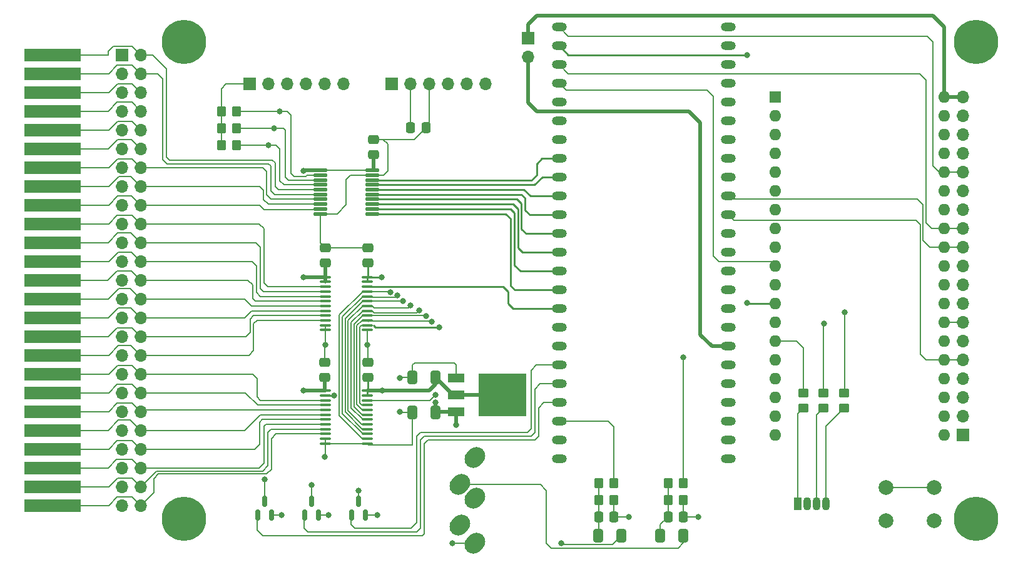
<source format=gbr>
%TF.GenerationSoftware,KiCad,Pcbnew,(6.0.7)*%
%TF.CreationDate,2022-09-12T23:00:31-07:00*%
%TF.ProjectId,TRS-IO-M3,5452532d-494f-42d4-9d33-2e6b69636164,rev?*%
%TF.SameCoordinates,Original*%
%TF.FileFunction,Copper,L1,Top*%
%TF.FilePolarity,Positive*%
%FSLAX46Y46*%
G04 Gerber Fmt 4.6, Leading zero omitted, Abs format (unit mm)*
G04 Created by KiCad (PCBNEW (6.0.7)) date 2022-09-12 23:00:31*
%MOMM*%
%LPD*%
G01*
G04 APERTURE LIST*
G04 Aperture macros list*
%AMRoundRect*
0 Rectangle with rounded corners*
0 $1 Rounding radius*
0 $2 $3 $4 $5 $6 $7 $8 $9 X,Y pos of 4 corners*
0 Add a 4 corners polygon primitive as box body*
4,1,4,$2,$3,$4,$5,$6,$7,$8,$9,$2,$3,0*
0 Add four circle primitives for the rounded corners*
1,1,$1+$1,$2,$3*
1,1,$1+$1,$4,$5*
1,1,$1+$1,$6,$7*
1,1,$1+$1,$8,$9*
0 Add four rect primitives between the rounded corners*
20,1,$1+$1,$2,$3,$4,$5,0*
20,1,$1+$1,$4,$5,$6,$7,0*
20,1,$1+$1,$6,$7,$8,$9,0*
20,1,$1+$1,$8,$9,$2,$3,0*%
%AMHorizOval*
0 Thick line with rounded ends*
0 $1 width*
0 $2 $3 position (X,Y) of the first rounded end (center of the circle)*
0 $4 $5 position (X,Y) of the second rounded end (center of the circle)*
0 Add line between two ends*
20,1,$1,$2,$3,$4,$5,0*
0 Add two circle primitives to create the rounded ends*
1,1,$1,$2,$3*
1,1,$1,$4,$5*%
G04 Aperture macros list end*
%TA.AperFunction,ComponentPad*%
%ADD10C,0.800000*%
%TD*%
%TA.AperFunction,ComponentPad*%
%ADD11C,6.000000*%
%TD*%
%TA.AperFunction,SMDPad,CuDef*%
%ADD12RoundRect,0.250000X0.350000X0.450000X-0.350000X0.450000X-0.350000X-0.450000X0.350000X-0.450000X0*%
%TD*%
%TA.AperFunction,SMDPad,CuDef*%
%ADD13RoundRect,0.250000X-0.450000X0.350000X-0.450000X-0.350000X0.450000X-0.350000X0.450000X0.350000X0*%
%TD*%
%TA.AperFunction,ComponentPad*%
%ADD14R,1.700000X1.700000*%
%TD*%
%TA.AperFunction,ComponentPad*%
%ADD15O,1.700000X1.700000*%
%TD*%
%TA.AperFunction,SMDPad,CuDef*%
%ADD16RoundRect,0.250000X-0.475000X0.337500X-0.475000X-0.337500X0.475000X-0.337500X0.475000X0.337500X0*%
%TD*%
%TA.AperFunction,ComponentPad*%
%ADD17O,2.000000X1.200000*%
%TD*%
%TA.AperFunction,SMDPad,CuDef*%
%ADD18RoundRect,0.250000X0.475000X-0.337500X0.475000X0.337500X-0.475000X0.337500X-0.475000X-0.337500X0*%
%TD*%
%TA.AperFunction,SMDPad,CuDef*%
%ADD19R,2.200000X1.200000*%
%TD*%
%TA.AperFunction,SMDPad,CuDef*%
%ADD20R,6.400000X5.800000*%
%TD*%
%TA.AperFunction,SMDPad,CuDef*%
%ADD21RoundRect,0.100000X-0.637500X-0.100000X0.637500X-0.100000X0.637500X0.100000X-0.637500X0.100000X0*%
%TD*%
%TA.AperFunction,ComponentPad*%
%ADD22HorizOval,2.400000X-0.212132X-0.212132X0.212132X0.212132X0*%
%TD*%
%TA.AperFunction,SMDPad,CuDef*%
%ADD23RoundRect,0.150000X0.150000X-0.587500X0.150000X0.587500X-0.150000X0.587500X-0.150000X-0.587500X0*%
%TD*%
%TA.AperFunction,SMDPad,CuDef*%
%ADD24RoundRect,0.250000X-0.350000X-0.450000X0.350000X-0.450000X0.350000X0.450000X-0.350000X0.450000X0*%
%TD*%
%TA.AperFunction,SMDPad,CuDef*%
%ADD25RoundRect,0.250000X0.412500X0.650000X-0.412500X0.650000X-0.412500X-0.650000X0.412500X-0.650000X0*%
%TD*%
%TA.AperFunction,ComponentPad*%
%ADD26R,1.600000X1.600000*%
%TD*%
%TA.AperFunction,ComponentPad*%
%ADD27O,1.600000X1.600000*%
%TD*%
%TA.AperFunction,SMDPad,CuDef*%
%ADD28RoundRect,0.250000X-0.337500X-0.475000X0.337500X-0.475000X0.337500X0.475000X-0.337500X0.475000X0*%
%TD*%
%TA.AperFunction,ConnectorPad*%
%ADD29R,7.620000X1.778000*%
%TD*%
%TA.AperFunction,ComponentPad*%
%ADD30R,1.070000X1.800000*%
%TD*%
%TA.AperFunction,ComponentPad*%
%ADD31O,1.070000X1.800000*%
%TD*%
%TA.AperFunction,ComponentPad*%
%ADD32C,2.000000*%
%TD*%
%TA.AperFunction,SMDPad,CuDef*%
%ADD33RoundRect,0.125000X-0.825000X-0.125000X0.825000X-0.125000X0.825000X0.125000X-0.825000X0.125000X0*%
%TD*%
%TA.AperFunction,ViaPad*%
%ADD34C,0.800000*%
%TD*%
%TA.AperFunction,Conductor*%
%ADD35C,0.500380*%
%TD*%
%TA.AperFunction,Conductor*%
%ADD36C,0.200000*%
%TD*%
%TA.AperFunction,Conductor*%
%ADD37C,0.250000*%
%TD*%
G04 APERTURE END LIST*
D10*
%TO.P,H1,1,1*%
%TO.N,GND*%
X123123010Y-62550990D03*
X126304990Y-59369010D03*
X124714000Y-63210000D03*
X122464000Y-60960000D03*
X124714000Y-58710000D03*
X126964000Y-60960000D03*
X123123010Y-59369010D03*
X126304990Y-62550990D03*
D11*
X124714000Y-60960000D03*
%TD*%
D10*
%TO.P,H2,1,1*%
%TO.N,GND*%
X231950000Y-58710000D03*
X231950000Y-63210000D03*
X233540990Y-59369010D03*
X230359010Y-59369010D03*
X230359010Y-62550990D03*
X229700000Y-60960000D03*
D11*
X231950000Y-60960000D03*
D10*
X234200000Y-60960000D03*
X233540990Y-62550990D03*
%TD*%
%TO.P,H3,1,1*%
%TO.N,GND*%
X123123010Y-123885010D03*
X126304990Y-127066990D03*
X124714000Y-123226000D03*
X122464000Y-125476000D03*
D11*
X124714000Y-125476000D03*
D10*
X123123010Y-127066990D03*
X126304990Y-123885010D03*
X124714000Y-127726000D03*
X126964000Y-125476000D03*
%TD*%
D11*
%TO.P,H4,1,1*%
%TO.N,GND*%
X231950000Y-125476000D03*
D10*
X230359010Y-127066990D03*
X231950000Y-123226000D03*
X234200000Y-125476000D03*
X230359010Y-123885010D03*
X231950000Y-127726000D03*
X233540990Y-127066990D03*
X229700000Y-125476000D03*
X233540990Y-123885010D03*
%TD*%
D12*
%TO.P,R9,1*%
%TO.N,VSYNC*%
X131810000Y-72644000D03*
%TO.P,R9,2*%
%TO.N,GND*%
X129810000Y-72644000D03*
%TD*%
%TO.P,R8,1*%
%TO.N,HSYNC*%
X131810000Y-70358000D03*
%TO.P,R8,2*%
%TO.N,GND*%
X129810000Y-70358000D03*
%TD*%
D13*
%TO.P,R1,1*%
%TO.N,LED_RED*%
X208534000Y-108474000D03*
%TO.P,R1,2*%
%TO.N,Net-(D1-Pad1)*%
X208534000Y-110474000D03*
%TD*%
%TO.P,R2,1*%
%TO.N,LED_GREEN*%
X214068000Y-108474000D03*
%TO.P,R2,2*%
%TO.N,Net-(D1-Pad4)*%
X214068000Y-110474000D03*
%TD*%
D14*
%TO.P,J5,1,Pin_1*%
%TO.N,GND*%
X133600000Y-66675000D03*
D15*
%TO.P,J5,2,Pin_2*%
%TO.N,VIDEO*%
X136140000Y-66675000D03*
%TO.P,J5,3,Pin_3*%
%TO.N,GND*%
X138680000Y-66675000D03*
%TO.P,J5,4,Pin_4*%
%TO.N,VSYNC*%
X141220000Y-66675000D03*
%TO.P,J5,5,Pin_5*%
%TO.N,GND*%
X143760000Y-66675000D03*
%TO.P,J5,6,Pin_6*%
%TO.N,HSYNC*%
X146300000Y-66675000D03*
%TD*%
D16*
%TO.P,C6,1*%
%TO.N,GND*%
X149650000Y-104312500D03*
%TO.P,C6,2*%
%TO.N,+1V8*%
X149650000Y-106387500D03*
%TD*%
D17*
%TO.P,U5,1,Pad_38*%
%TO.N,CS_SD_CARD*%
X175520000Y-58985000D03*
%TO.P,U5,2,Pad_37*%
%TO.N,MOSI*%
X175520000Y-61525000D03*
%TO.P,U5,3,Pad_36*%
%TO.N,SCK*%
X175520000Y-64065000D03*
%TO.P,U5,4,Pad_39*%
%TO.N,MISO*%
X175520000Y-66605000D03*
%TO.P,U5,5,Pad_25*%
%TO.N,HSYNC_O*%
X175520000Y-69145000D03*
%TO.P,U5,6,Pad_26*%
%TO.N,VSYNC_O*%
X175520000Y-71685000D03*
%TO.P,U5,7,Pad_27*%
%TO.N,VIDEO_O*%
X175520000Y-74225000D03*
%TO.P,U5,8,Pad_28*%
%TO.N,HSYNCX*%
X175520000Y-76765000D03*
%TO.P,U5,9,Pad_29*%
%TO.N,VSYNCX*%
X175520000Y-79305000D03*
%TO.P,U5,10,Pad_30*%
%TO.N,VIDEOX*%
X175520000Y-81845000D03*
%TO.P,U5,11,Pad_33*%
%TO.N,_IORQX*%
X175520000Y-84385000D03*
%TO.P,U5,12,Pad_34*%
%TO.N,_M1X*%
X175520000Y-86925000D03*
%TO.P,U5,13,Pad_40*%
%TO.N,_RESETX*%
X175520000Y-89465000D03*
%TO.P,U5,14,Pad_35*%
%TO.N,_OUTX*%
X175520000Y-92005000D03*
%TO.P,U5,15,Pad_41*%
%TO.N,_INX*%
X175520000Y-94545000D03*
%TO.P,U5,16,Pad_42*%
%TO.N,ABUS_SEL_N*%
X175520000Y-97085000D03*
%TO.P,U5,17,Pad_51*%
%TO.N,READ_N*%
X175520000Y-99625000D03*
%TO.P,U5,18,Pad_53*%
%TO.N,DBUS_SEL_N*%
X175520000Y-102165000D03*
%TO.P,U5,19,Pad_54*%
%TO.N,INT*%
X175520000Y-104705000D03*
%TO.P,U5,20,Pad_55*%
%TO.N,WAIT*%
X175520000Y-107245000D03*
%TO.P,U5,21,Pad_56*%
%TO.N,EXTIOSEL*%
X175520000Y-109785000D03*
%TO.P,U5,22,Pad_57*%
%TO.N,CASS_OUT_LEFT*%
X175520000Y-112325000D03*
%TO.P,U5,23,Pad_68*%
%TO.N,unconnected-(U5-Pad23)*%
X175520000Y-114865000D03*
%TO.P,U5,24,Pad_69*%
%TO.N,unconnected-(U5-Pad24)*%
X175520000Y-117405000D03*
%TO.P,U5,25,3V3*%
%TO.N,+3V3*%
X198420000Y-117405000D03*
%TO.P,U5,26,GND*%
%TO.N,GND*%
X198420000Y-114865000D03*
%TO.P,U5,27,Pad_32*%
%TO.N,ESP_S2*%
X198420000Y-112325000D03*
%TO.P,U5,28,Pad_31*%
%TO.N,ESP_S1*%
X198420000Y-109785000D03*
%TO.P,U5,29,Pad_49*%
%TO.N,ESP_S0*%
X198420000Y-107245000D03*
%TO.P,U5,30,Pad_48*%
%TO.N,CS_FPGA*%
X198420000Y-104705000D03*
%TO.P,U5,31,5V*%
%TO.N,VU*%
X198420000Y-102165000D03*
%TO.P,U5,32,Pad_70*%
%TO.N,unconnected-(U5-Pad32)*%
X198420000Y-99625000D03*
%TO.P,U5,33,Pad_71*%
%TO.N,unconnected-(U5-Pad33)*%
X198420000Y-97085000D03*
%TO.P,U5,34,Pad_72*%
%TO.N,unconnected-(U5-Pad34)*%
X198420000Y-94545000D03*
%TO.P,U5,35,Pad_73*%
%TO.N,unconnected-(U5-Pad35)*%
X198420000Y-92005000D03*
%TO.P,U5,36,Pad_74*%
%TO.N,unconnected-(U5-Pad36)*%
X198420000Y-89465000D03*
%TO.P,U5,37,Pad_75*%
%TO.N,unconnected-(U5-Pad37)*%
X198420000Y-86925000D03*
%TO.P,U5,38,Pad_76*%
%TO.N,REQ*%
X198420000Y-84385000D03*
%TO.P,U5,39,Pad_77*%
%TO.N,DONE*%
X198420000Y-81845000D03*
%TO.P,U5,40,Pad_79*%
%TO.N,A0D7*%
X198420000Y-79305000D03*
%TO.P,U5,41,Pad_80*%
%TO.N,A1D6*%
X198420000Y-76765000D03*
%TO.P,U5,42,Pad_81*%
%TO.N,A2D5*%
X198420000Y-74225000D03*
%TO.P,U5,43,Pad_82*%
%TO.N,A3D4*%
X198420000Y-71685000D03*
%TO.P,U5,44,Pad_83*%
%TO.N,A4D3*%
X198420000Y-69145000D03*
%TO.P,U5,45,Pad_84*%
%TO.N,A5D2*%
X198420000Y-66605000D03*
%TO.P,U5,46,Pad_85*%
%TO.N,A6D1*%
X198420000Y-64065000D03*
%TO.P,U5,47,Pad_86*%
%TO.N,A7D0*%
X198420000Y-61525000D03*
%TO.P,U5,48,Pad_63*%
%TO.N,CASS_OUT_RIGHT*%
X198420000Y-58985000D03*
%TD*%
D18*
%TO.P,C1,1*%
%TO.N,+3V3*%
X143850000Y-90887500D03*
%TO.P,C1,2*%
%TO.N,GND*%
X143850000Y-88812500D03*
%TD*%
D16*
%TO.P,C7,1*%
%TO.N,GND*%
X150400000Y-74162500D03*
%TO.P,C7,2*%
%TO.N,+3V3*%
X150400000Y-76237500D03*
%TD*%
D19*
%TO.P,U4,1,GND*%
%TO.N,GND*%
X161544000Y-106433000D03*
%TO.P,U4,2,VO*%
%TO.N,+1V8*%
X161544000Y-108713000D03*
D20*
X167844000Y-108713000D03*
D19*
%TO.P,U4,3,VI*%
%TO.N,+3V3*%
X161544000Y-110993000D03*
%TD*%
D21*
%TO.P,U2,1,VCCA*%
%TO.N,+3V3*%
X143837500Y-108175000D03*
%TO.P,U2,2,DIR*%
%TO.N,READ_N*%
X143837500Y-108825000D03*
%TO.P,U2,3,A1*%
%TO.N,D7*%
X143837500Y-109475000D03*
%TO.P,U2,4,A2*%
%TO.N,D6*%
X143837500Y-110125000D03*
%TO.P,U2,5,A3*%
%TO.N,D5*%
X143837500Y-110775000D03*
%TO.P,U2,6,A4*%
%TO.N,D4*%
X143837500Y-111425000D03*
%TO.P,U2,7,A5*%
%TO.N,D3*%
X143837500Y-112075000D03*
%TO.P,U2,8,A6*%
%TO.N,D2*%
X143837500Y-112725000D03*
%TO.P,U2,9,A7*%
%TO.N,D1*%
X143837500Y-113375000D03*
%TO.P,U2,10,A8*%
%TO.N,D0*%
X143837500Y-114025000D03*
%TO.P,U2,11,GND*%
%TO.N,GND*%
X143837500Y-114675000D03*
%TO.P,U2,12,GND*%
X143837500Y-115325000D03*
%TO.P,U2,13,GND*%
X149562500Y-115325000D03*
%TO.P,U2,14,B8*%
%TO.N,A7D0*%
X149562500Y-114675000D03*
%TO.P,U2,15,B7*%
%TO.N,A6D1*%
X149562500Y-114025000D03*
%TO.P,U2,16,B6*%
%TO.N,A5D2*%
X149562500Y-113375000D03*
%TO.P,U2,17,B5*%
%TO.N,A4D3*%
X149562500Y-112725000D03*
%TO.P,U2,18,B4*%
%TO.N,A3D4*%
X149562500Y-112075000D03*
%TO.P,U2,19,B3*%
%TO.N,A2D5*%
X149562500Y-111425000D03*
%TO.P,U2,20,B2*%
%TO.N,A1D6*%
X149562500Y-110775000D03*
%TO.P,U2,21,B1*%
%TO.N,A0D7*%
X149562500Y-110125000D03*
%TO.P,U2,22,OEn*%
%TO.N,DBUS_SEL_N*%
X149562500Y-109475000D03*
%TO.P,U2,23,VCCB*%
%TO.N,+1V8*%
X149562500Y-108825000D03*
%TO.P,U2,24,VCCB*%
X149562500Y-108175000D03*
%TD*%
D16*
%TO.P,C3,1*%
%TO.N,GND*%
X149600000Y-88812500D03*
%TO.P,C3,2*%
%TO.N,+1V8*%
X149600000Y-90887500D03*
%TD*%
D22*
%TO.P,J7,R*%
%TO.N,Net-(C12-Pad1)*%
X162084000Y-120878000D03*
%TO.P,J7,RN*%
%TO.N,N/C*%
X164084000Y-122678000D03*
%TO.P,J7,S*%
%TO.N,GND*%
X164084000Y-128778000D03*
%TO.P,J7,T*%
%TO.N,Net-(C11-Pad1)*%
X162084000Y-126378000D03*
%TO.P,J7,TN*%
%TO.N,N/C*%
X164084000Y-117178000D03*
%TD*%
D23*
%TO.P,Q2,1,G*%
%TO.N,WAIT*%
X141036000Y-124997500D03*
%TO.P,Q2,2,S*%
%TO.N,GND*%
X142936000Y-124997500D03*
%TO.P,Q2,3,D*%
%TO.N,_IOWAIT*%
X141986000Y-123122500D03*
%TD*%
D24*
%TO.P,R7,1*%
%TO.N,Net-(C10-Pad1)*%
X190262000Y-122936000D03*
%TO.P,R7,2*%
%TO.N,GND*%
X192262000Y-122936000D03*
%TD*%
D25*
%TO.P,C4,1*%
%TO.N,+1V8*%
X158781500Y-106338000D03*
%TO.P,C4,2*%
%TO.N,GND*%
X155656500Y-106338000D03*
%TD*%
D14*
%TO.P,J4,1,Pin_1*%
%TO.N,+5V*%
X171300000Y-60475000D03*
D15*
%TO.P,J4,2,Pin_2*%
%TO.N,VU*%
X171300000Y-63015000D03*
%TD*%
D25*
%TO.P,C12,1*%
%TO.N,Net-(C12-Pad1)*%
X192316500Y-127762000D03*
%TO.P,C12,2*%
%TO.N,Net-(C10-Pad1)*%
X189191500Y-127762000D03*
%TD*%
D26*
%TO.P,U6,1,GPIO6*%
%TO.N,unconnected-(U6-Pad1)*%
X204750000Y-68400000D03*
D27*
%TO.P,U6,2,GPIO7*%
%TO.N,unconnected-(U6-Pad2)*%
X204750000Y-70940000D03*
%TO.P,U6,3,GPIO8*%
%TO.N,unconnected-(U6-Pad3)*%
X204750000Y-73480000D03*
%TO.P,U6,4,GPIO15*%
%TO.N,CS_FPGA*%
X204750000Y-76020000D03*
%TO.P,U6,5,GPIO2*%
%TO.N,unconnected-(U6-Pad5)*%
X204750000Y-78560000D03*
%TO.P,U6,6,GPIO0*%
%TO.N,unconnected-(U6-Pad6)*%
X204750000Y-81100000D03*
%TO.P,U6,7,GPIO4*%
%TO.N,LED_GREEN*%
X204750000Y-83640000D03*
%TO.P,U6,8,GPIO16*%
%TO.N,ESP_S0*%
X204750000Y-86180000D03*
%TO.P,U6,9,GPIO17*%
%TO.N,ESP_S1*%
X204750000Y-88720000D03*
%TO.P,U6,10,GPIO5*%
%TO.N,MISO*%
X204750000Y-91260000D03*
%TO.P,U6,11,GPIO18*%
%TO.N,ESP_S2*%
X204750000Y-93800000D03*
%TO.P,U6,12,GPIO19*%
%TO.N,MOSI*%
X204750000Y-96340000D03*
%TO.P,U6,13,GND*%
%TO.N,GND*%
X204750000Y-98880000D03*
%TO.P,U6,14,GPIO21*%
%TO.N,LED_RED*%
X204750000Y-101420000D03*
%TO.P,U6,15,GPIO3*%
%TO.N,unconnected-(U6-Pad15)*%
X204750000Y-103960000D03*
%TO.P,U6,16,GPIO1*%
%TO.N,unconnected-(U6-Pad16)*%
X204750000Y-106500000D03*
%TO.P,U6,17,GPIO22*%
%TO.N,BUTTON*%
X204750000Y-109040000D03*
%TO.P,U6,18,GPIO23*%
%TO.N,unconnected-(U6-Pad18)*%
X204750000Y-111580000D03*
%TO.P,U6,19,GND*%
%TO.N,GND*%
X204750000Y-114120000D03*
%TO.P,U6,20,3V3*%
%TO.N,unconnected-(U6-Pad20)*%
X227610000Y-114120000D03*
%TO.P,U6,21,RESET*%
%TO.N,unconnected-(U6-Pad21)*%
X227610000Y-111580000D03*
%TO.P,U6,22,GPIO36*%
%TO.N,unconnected-(U6-Pad22)*%
X227610000Y-109040000D03*
%TO.P,U6,23,GPIO39*%
%TO.N,unconnected-(U6-Pad23)*%
X227610000Y-106500000D03*
%TO.P,U6,24,GPIO34*%
%TO.N,REQ*%
X227610000Y-103960000D03*
%TO.P,U6,25,GPIO35*%
%TO.N,unconnected-(U6-Pad25)*%
X227610000Y-101420000D03*
%TO.P,U6,26,GPIO32*%
%TO.N,LED_BLUE*%
X227610000Y-98880000D03*
%TO.P,U6,27,GPIO33*%
%TO.N,unconnected-(U6-Pad27)*%
X227610000Y-96340000D03*
%TO.P,U6,28,GPIO25*%
%TO.N,unconnected-(U6-Pad28)*%
X227610000Y-93800000D03*
%TO.P,U6,29,GPIO26*%
%TO.N,unconnected-(U6-Pad29)*%
X227610000Y-91260000D03*
%TO.P,U6,30,GPIO27*%
%TO.N,DONE*%
X227610000Y-88720000D03*
%TO.P,U6,31,GPIO14*%
%TO.N,SCK*%
X227610000Y-86180000D03*
%TO.P,U6,32,GPIO12*%
%TO.N,unconnected-(U6-Pad32)*%
X227610000Y-83640000D03*
%TO.P,U6,33,GND*%
%TO.N,GND*%
X227610000Y-81100000D03*
%TO.P,U6,34,GPIO13*%
%TO.N,CS_SD_CARD*%
X227610000Y-78560000D03*
%TO.P,U6,35,GPIO9*%
%TO.N,unconnected-(U6-Pad35)*%
X227610000Y-76020000D03*
%TO.P,U6,36,GPIO10*%
%TO.N,unconnected-(U6-Pad36)*%
X227610000Y-73480000D03*
%TO.P,U6,37,GPIO11*%
%TO.N,unconnected-(U6-Pad37)*%
X227610000Y-70940000D03*
%TO.P,U6,38,5V*%
%TO.N,+5V*%
X227610000Y-68463500D03*
%TD*%
D28*
%TO.P,C9,1*%
%TO.N,Net-(C11-Pad2)*%
X180826500Y-125222000D03*
%TO.P,C9,2*%
%TO.N,GND*%
X182901500Y-125222000D03*
%TD*%
D29*
%TO.P,J1,1,Pin_1*%
%TO.N,D0*%
X106934000Y-123698000D03*
%TO.P,J1,3,Pin_3*%
%TO.N,D1*%
X106934000Y-121158000D03*
%TO.P,J1,5,Pin_5*%
%TO.N,D2*%
X106934000Y-118618000D03*
%TO.P,J1,7,Pin_7*%
%TO.N,D3*%
X106934000Y-116078000D03*
%TO.P,J1,9,Pin_9*%
%TO.N,D4*%
X106934000Y-113538000D03*
%TO.P,J1,11,Pin_11*%
%TO.N,D5*%
X106934000Y-110998000D03*
%TO.P,J1,13,Pin_13*%
%TO.N,D6*%
X106934000Y-108458000D03*
%TO.P,J1,15,Pin_15*%
%TO.N,D7*%
X106934000Y-105918000D03*
%TO.P,J1,17,Pin_17*%
%TO.N,A0*%
X106934000Y-103378000D03*
%TO.P,J1,19,Pin_19*%
%TO.N,A1*%
X106934000Y-100838000D03*
%TO.P,J1,21,Pin_21*%
%TO.N,A2*%
X106934000Y-98298000D03*
%TO.P,J1,23,Pin_23*%
%TO.N,A3*%
X106934000Y-95758000D03*
%TO.P,J1,25,Pin_25*%
%TO.N,A4*%
X106934000Y-93218000D03*
%TO.P,J1,27,Pin_27*%
%TO.N,A5*%
X106934000Y-90678000D03*
%TO.P,J1,29,Pin_29*%
%TO.N,A6*%
X106934000Y-88138000D03*
%TO.P,J1,31,Pin_31*%
%TO.N,A7*%
X106934000Y-85598000D03*
%TO.P,J1,33,Pin_33*%
%TO.N,_IN*%
X106934000Y-83058000D03*
%TO.P,J1,35,Pin_35*%
%TO.N,_OUT*%
X106934000Y-80518000D03*
%TO.P,J1,37,Pin_37*%
%TO.N,_RESET*%
X106934000Y-77978000D03*
%TO.P,J1,39,Pin_39*%
%TO.N,_IOINT*%
X106934000Y-75438000D03*
%TO.P,J1,41,Pin_41*%
%TO.N,_IOWAIT*%
X106934000Y-72898000D03*
%TO.P,J1,43,Pin_43*%
%TO.N,_EXTIOSEL*%
X106934000Y-70358000D03*
%TO.P,J1,45,Pin_45*%
%TO.N,NC*%
X106934000Y-67818000D03*
%TO.P,J1,47,Pin_47*%
%TO.N,_M1*%
X106934000Y-65278000D03*
%TO.P,J1,49,Pin_49*%
%TO.N,_IORQ*%
X106934000Y-62738000D03*
%TD*%
D23*
%TO.P,Q1,1,G*%
%TO.N,INT*%
X147386000Y-124997500D03*
%TO.P,Q1,2,S*%
%TO.N,GND*%
X149286000Y-124997500D03*
%TO.P,Q1,3,D*%
%TO.N,_IOINT*%
X148336000Y-123122500D03*
%TD*%
D14*
%TO.P,J6,1,Pin_1*%
%TO.N,GND*%
X152800000Y-66675000D03*
D15*
%TO.P,J6,2,Pin_2*%
%TO.N,VIDEO_O*%
X155340000Y-66675000D03*
%TO.P,J6,3,Pin_3*%
%TO.N,GND*%
X157880000Y-66675000D03*
%TO.P,J6,4,Pin_4*%
%TO.N,VSYNC_O*%
X160420000Y-66675000D03*
%TO.P,J6,5,Pin_5*%
%TO.N,GND*%
X162960000Y-66675000D03*
%TO.P,J6,6,Pin_6*%
%TO.N,HSYNC_O*%
X165500000Y-66675000D03*
%TD*%
D13*
%TO.P,R3,1*%
%TO.N,LED_BLUE*%
X211274000Y-108474000D03*
%TO.P,R3,2*%
%TO.N,Net-(D1-Pad3)*%
X211274000Y-110474000D03*
%TD*%
D28*
%TO.P,C10,1*%
%TO.N,Net-(C10-Pad1)*%
X190224500Y-125222000D03*
%TO.P,C10,2*%
%TO.N,GND*%
X192299500Y-125222000D03*
%TD*%
D24*
%TO.P,R4,1*%
%TO.N,Net-(C11-Pad2)*%
X180864000Y-120650000D03*
%TO.P,R4,2*%
%TO.N,CASS_OUT_LEFT*%
X182864000Y-120650000D03*
%TD*%
%TO.P,R6,1*%
%TO.N,Net-(C11-Pad2)*%
X180864000Y-122936000D03*
%TO.P,R6,2*%
%TO.N,GND*%
X182864000Y-122936000D03*
%TD*%
D30*
%TO.P,D1,1,RA*%
%TO.N,Net-(D1-Pad1)*%
X207750000Y-123500000D03*
D31*
%TO.P,D1,2,K*%
%TO.N,GND*%
X209020000Y-123500000D03*
%TO.P,D1,3,BA*%
%TO.N,Net-(D1-Pad3)*%
X210290000Y-123500000D03*
%TO.P,D1,4,GA*%
%TO.N,Net-(D1-Pad4)*%
X211560000Y-123500000D03*
%TD*%
D24*
%TO.P,R5,1*%
%TO.N,Net-(C10-Pad1)*%
X190262000Y-120650000D03*
%TO.P,R5,2*%
%TO.N,CASS_OUT_RIGHT*%
X192262000Y-120650000D03*
%TD*%
D15*
%TO.P,J2,1,Pin_1*%
%TO.N,D0*%
X118867000Y-123703000D03*
%TO.P,J2,2,Pin_2*%
%TO.N,GND*%
X116327000Y-123703000D03*
%TO.P,J2,3,Pin_3*%
%TO.N,D1*%
X118867000Y-121163000D03*
%TO.P,J2,4,Pin_4*%
%TO.N,GND*%
X116327000Y-121163000D03*
%TO.P,J2,5,Pin_5*%
%TO.N,D2*%
X118867000Y-118623000D03*
%TO.P,J2,6,Pin_6*%
%TO.N,GND*%
X116327000Y-118623000D03*
%TO.P,J2,7,Pin_7*%
%TO.N,D3*%
X118867000Y-116083000D03*
%TO.P,J2,8,Pin_8*%
%TO.N,GND*%
X116327000Y-116083000D03*
%TO.P,J2,9,Pin_9*%
%TO.N,D4*%
X118867000Y-113543000D03*
%TO.P,J2,10,Pin_10*%
%TO.N,GND*%
X116327000Y-113543000D03*
%TO.P,J2,11,Pin_11*%
%TO.N,D5*%
X118867000Y-111003000D03*
%TO.P,J2,12,Pin_12*%
%TO.N,GND*%
X116327000Y-111003000D03*
%TO.P,J2,13,Pin_13*%
%TO.N,D6*%
X118867000Y-108463000D03*
%TO.P,J2,14,Pin_14*%
%TO.N,GND*%
X116327000Y-108463000D03*
%TO.P,J2,15,Pin_15*%
%TO.N,D7*%
X118867000Y-105923000D03*
%TO.P,J2,16,Pin_16*%
%TO.N,GND*%
X116327000Y-105923000D03*
%TO.P,J2,17,Pin_17*%
%TO.N,A0*%
X118867000Y-103383000D03*
%TO.P,J2,18,Pin_18*%
%TO.N,GND*%
X116327000Y-103383000D03*
%TO.P,J2,19,Pin_19*%
%TO.N,A1*%
X118867000Y-100843000D03*
%TO.P,J2,20,Pin_20*%
%TO.N,GND*%
X116327000Y-100843000D03*
%TO.P,J2,21,Pin_21*%
%TO.N,A2*%
X118867000Y-98303000D03*
%TO.P,J2,22,Pin_22*%
%TO.N,GND*%
X116327000Y-98303000D03*
%TO.P,J2,23,Pin_23*%
%TO.N,A3*%
X118867000Y-95763000D03*
%TO.P,J2,24,Pin_24*%
%TO.N,GND*%
X116327000Y-95763000D03*
%TO.P,J2,25,Pin_25*%
%TO.N,A4*%
X118867000Y-93223000D03*
%TO.P,J2,26,Pin_26*%
%TO.N,GND*%
X116327000Y-93223000D03*
%TO.P,J2,27,Pin_27*%
%TO.N,A5*%
X118867000Y-90683000D03*
%TO.P,J2,28,Pin_28*%
%TO.N,GND*%
X116327000Y-90683000D03*
%TO.P,J2,29,Pin_29*%
%TO.N,A6*%
X118867000Y-88143000D03*
%TO.P,J2,30,Pin_30*%
%TO.N,GND*%
X116327000Y-88143000D03*
%TO.P,J2,31,Pin_31*%
%TO.N,A7*%
X118867000Y-85603000D03*
%TO.P,J2,32,Pin_32*%
%TO.N,GND*%
X116327000Y-85603000D03*
%TO.P,J2,33,Pin_33*%
%TO.N,_IN*%
X118867000Y-83063000D03*
%TO.P,J2,34,Pin_34*%
%TO.N,GND*%
X116327000Y-83063000D03*
%TO.P,J2,35,Pin_35*%
%TO.N,_OUT*%
X118867000Y-80523000D03*
%TO.P,J2,36,Pin_36*%
%TO.N,GND*%
X116327000Y-80523000D03*
%TO.P,J2,37,Pin_37*%
%TO.N,_RESET*%
X118867000Y-77983000D03*
%TO.P,J2,38,Pin_38*%
%TO.N,GND*%
X116327000Y-77983000D03*
%TO.P,J2,39,Pin_39*%
%TO.N,_IOINT*%
X118867000Y-75443000D03*
%TO.P,J2,40,Pin_40*%
%TO.N,GND*%
X116327000Y-75443000D03*
%TO.P,J2,41,Pin_41*%
%TO.N,_IOWAIT*%
X118867000Y-72903000D03*
%TO.P,J2,42,Pin_42*%
%TO.N,GND*%
X116327000Y-72903000D03*
%TO.P,J2,43,Pin_43*%
%TO.N,_EXTIOSEL*%
X118867000Y-70363000D03*
%TO.P,J2,44,Pin_44*%
%TO.N,GND*%
X116327000Y-70363000D03*
%TO.P,J2,45,Pin_45*%
%TO.N,NC*%
X118867000Y-67823000D03*
%TO.P,J2,46,Pin_46*%
%TO.N,GND*%
X116327000Y-67823000D03*
%TO.P,J2,47,Pin_47*%
%TO.N,_M1*%
X118867000Y-65283000D03*
%TO.P,J2,48,Pin_48*%
%TO.N,GND*%
X116327000Y-65283000D03*
%TO.P,J2,49,Pin_49*%
%TO.N,_IORQ*%
X118867000Y-62743000D03*
D14*
%TO.P,J2,50,Pin_50*%
%TO.N,GND*%
X116327000Y-62743000D03*
%TD*%
D25*
%TO.P,C11,1*%
%TO.N,Net-(C11-Pad1)*%
X183934500Y-127762000D03*
%TO.P,C11,2*%
%TO.N,Net-(C11-Pad2)*%
X180809500Y-127762000D03*
%TD*%
D18*
%TO.P,C2,1*%
%TO.N,+3V3*%
X143800000Y-106387500D03*
%TO.P,C2,2*%
%TO.N,GND*%
X143800000Y-104312500D03*
%TD*%
D32*
%TO.P,SW1,1,1*%
%TO.N,GND*%
X226250000Y-125750000D03*
X219750000Y-125750000D03*
%TO.P,SW1,2,2*%
%TO.N,BUTTON*%
X226250000Y-121250000D03*
X219750000Y-121250000D03*
%TD*%
D21*
%TO.P,U1,1,VCCA*%
%TO.N,+3V3*%
X143837500Y-92800000D03*
%TO.P,U1,2,DIR*%
X143837500Y-93450000D03*
%TO.P,U1,3,A1*%
%TO.N,A7*%
X143837500Y-94100000D03*
%TO.P,U1,4,A2*%
%TO.N,A6*%
X143837500Y-94750000D03*
%TO.P,U1,5,A3*%
%TO.N,A5*%
X143837500Y-95400000D03*
%TO.P,U1,6,A4*%
%TO.N,A4*%
X143837500Y-96050000D03*
%TO.P,U1,7,A5*%
%TO.N,A3*%
X143837500Y-96700000D03*
%TO.P,U1,8,A6*%
%TO.N,A2*%
X143837500Y-97350000D03*
%TO.P,U1,9,A7*%
%TO.N,A1*%
X143837500Y-98000000D03*
%TO.P,U1,10,A8*%
%TO.N,A0*%
X143837500Y-98650000D03*
%TO.P,U1,11,GND*%
%TO.N,GND*%
X143837500Y-99300000D03*
%TO.P,U1,12,GND*%
X143837500Y-99950000D03*
%TO.P,U1,13,GND*%
X149562500Y-99950000D03*
%TO.P,U1,14,B8*%
%TO.N,A0D7*%
X149562500Y-99300000D03*
%TO.P,U1,15,B7*%
%TO.N,A1D6*%
X149562500Y-98650000D03*
%TO.P,U1,16,B6*%
%TO.N,A2D5*%
X149562500Y-98000000D03*
%TO.P,U1,17,B5*%
%TO.N,A3D4*%
X149562500Y-97350000D03*
%TO.P,U1,18,B4*%
%TO.N,A4D3*%
X149562500Y-96700000D03*
%TO.P,U1,19,B3*%
%TO.N,A5D2*%
X149562500Y-96050000D03*
%TO.P,U1,20,B2*%
%TO.N,A6D1*%
X149562500Y-95400000D03*
%TO.P,U1,21,B1*%
%TO.N,A7D0*%
X149562500Y-94750000D03*
%TO.P,U1,22,OEn*%
%TO.N,ABUS_SEL_N*%
X149562500Y-94100000D03*
%TO.P,U1,23,VCCB*%
%TO.N,+1V8*%
X149562500Y-93450000D03*
%TO.P,U1,24,VCCB*%
X149562500Y-92800000D03*
%TD*%
D25*
%TO.P,C5,1*%
%TO.N,+3V3*%
X158731500Y-111138000D03*
%TO.P,C5,2*%
%TO.N,GND*%
X155606500Y-111138000D03*
%TD*%
D28*
%TO.P,C8,1*%
%TO.N,VIDEO_O*%
X155375000Y-72550000D03*
%TO.P,C8,2*%
%TO.N,GND*%
X157450000Y-72550000D03*
%TD*%
D33*
%TO.P,U3,1,A->B*%
%TO.N,+3V3*%
X143200000Y-78375000D03*
%TO.P,U3,2,A0*%
%TO.N,HSYNC*%
X143200000Y-79025000D03*
%TO.P,U3,3,A1*%
%TO.N,VSYNC*%
X143200000Y-79675000D03*
%TO.P,U3,4,A2*%
%TO.N,VIDEO*%
X143200000Y-80325000D03*
%TO.P,U3,5,A3*%
%TO.N,_IORQ*%
X143200000Y-80975000D03*
%TO.P,U3,6,A4*%
%TO.N,_M1*%
X143200000Y-81625000D03*
%TO.P,U3,7,A5*%
%TO.N,_RESET*%
X143200000Y-82275000D03*
%TO.P,U3,8,A6*%
%TO.N,_OUT*%
X143200000Y-82925000D03*
%TO.P,U3,9,A7*%
%TO.N,_IN*%
X143200000Y-83575000D03*
%TO.P,U3,10,GND*%
%TO.N,GND*%
X143200000Y-84225000D03*
%TO.P,U3,11,B7*%
%TO.N,_INX*%
X150200000Y-84225000D03*
%TO.P,U3,12,B6*%
%TO.N,_OUTX*%
X150200000Y-83575000D03*
%TO.P,U3,13,B5*%
%TO.N,_RESETX*%
X150200000Y-82925000D03*
%TO.P,U3,14,B4*%
%TO.N,_M1X*%
X150200000Y-82275000D03*
%TO.P,U3,15,B3*%
%TO.N,_IORQX*%
X150200000Y-81625000D03*
%TO.P,U3,16,B2*%
%TO.N,VIDEOX*%
X150200000Y-80975000D03*
%TO.P,U3,17,B1*%
%TO.N,VSYNCX*%
X150200000Y-80325000D03*
%TO.P,U3,18,B0*%
%TO.N,HSYNCX*%
X150200000Y-79675000D03*
%TO.P,U3,19,CE*%
%TO.N,GND*%
X150200000Y-79025000D03*
%TO.P,U3,20,VCC*%
%TO.N,+3V3*%
X150200000Y-78375000D03*
%TD*%
D14*
%TO.P,J3,1,Pin_1*%
%TO.N,unconnected-(J3-Pad1)*%
X230150000Y-114150000D03*
D15*
%TO.P,J3,2,Pin_2*%
%TO.N,unconnected-(J3-Pad2)*%
X230150000Y-111610000D03*
%TO.P,J3,3,Pin_3*%
%TO.N,unconnected-(J3-Pad3)*%
X230150000Y-109070000D03*
%TO.P,J3,4,Pin_4*%
%TO.N,unconnected-(J3-Pad4)*%
X230150000Y-106530000D03*
%TO.P,J3,5,Pin_5*%
%TO.N,REQ*%
X230150000Y-103990000D03*
%TO.P,J3,6,Pin_6*%
%TO.N,unconnected-(J3-Pad6)*%
X230150000Y-101450000D03*
%TO.P,J3,7,Pin_7*%
%TO.N,LED_BLUE*%
X230150000Y-98910000D03*
%TO.P,J3,8,Pin_8*%
%TO.N,unconnected-(J3-Pad8)*%
X230150000Y-96370000D03*
%TO.P,J3,9,Pin_9*%
%TO.N,unconnected-(J3-Pad9)*%
X230150000Y-93830000D03*
%TO.P,J3,10,Pin_10*%
%TO.N,unconnected-(J3-Pad10)*%
X230150000Y-91290000D03*
%TO.P,J3,11,Pin_11*%
%TO.N,DONE*%
X230150000Y-88750000D03*
%TO.P,J3,12,Pin_12*%
%TO.N,SCK*%
X230150000Y-86210000D03*
%TO.P,J3,13,Pin_13*%
%TO.N,unconnected-(J3-Pad13)*%
X230150000Y-83670000D03*
%TO.P,J3,14,Pin_14*%
%TO.N,GND*%
X230150000Y-81130000D03*
%TO.P,J3,15,Pin_15*%
%TO.N,CS_SD_CARD*%
X230150000Y-78590000D03*
%TO.P,J3,16,Pin_16*%
%TO.N,unconnected-(J3-Pad16)*%
X230150000Y-76050000D03*
%TO.P,J3,17,Pin_17*%
%TO.N,unconnected-(J3-Pad17)*%
X230150000Y-73510000D03*
%TO.P,J3,18,Pin_18*%
%TO.N,unconnected-(J3-Pad18)*%
X230150000Y-70970000D03*
%TO.P,J3,19,Pin_19*%
%TO.N,+5V*%
X230150000Y-68430000D03*
%TD*%
D12*
%TO.P,R10,1*%
%TO.N,VIDEO*%
X131810000Y-74930000D03*
%TO.P,R10,2*%
%TO.N,GND*%
X129810000Y-74930000D03*
%TD*%
D23*
%TO.P,Q3,1,G*%
%TO.N,EXTIOSEL*%
X134686000Y-124997500D03*
%TO.P,Q3,2,S*%
%TO.N,GND*%
X136586000Y-124997500D03*
%TO.P,Q3,3,D*%
%TO.N,_EXTIOSEL*%
X135636000Y-123122500D03*
%TD*%
D34*
%TO.N,GND*%
X150876000Y-124968000D03*
X149550000Y-101950000D03*
X184912000Y-125222000D03*
X137922000Y-124968000D03*
X143750000Y-117150000D03*
X153924000Y-110998000D03*
X161036000Y-128778000D03*
X153924000Y-106426000D03*
X144272000Y-124968000D03*
X194310000Y-125222000D03*
X143850000Y-101950000D03*
%TO.N,+3V3*%
X158750000Y-109728000D03*
X140900000Y-78450000D03*
X140900000Y-92800000D03*
X140900000Y-108150000D03*
X161569000Y-112838000D03*
%TO.N,_IOINT*%
X148336000Y-121666000D03*
%TO.N,_IOWAIT*%
X141986000Y-120904000D03*
%TO.N,_EXTIOSEL*%
X135636000Y-120142000D03*
%TO.N,A2D5*%
X157480000Y-98044000D03*
%TO.N,A0D7*%
X159258000Y-99568000D03*
%TO.N,A1D6*%
X158242000Y-98806000D03*
%TO.N,+1V8*%
X151500000Y-92850000D03*
X151525000Y-108175000D03*
%TO.N,VIDEO*%
X136144000Y-74930000D03*
%TO.N,VSYNC*%
X136906000Y-72644000D03*
%TO.N,HSYNC*%
X137668000Y-70358000D03*
%TO.N,MOSI*%
X200914000Y-62738000D03*
X200914000Y-96266000D03*
%TO.N,A3D4*%
X156550000Y-97300000D03*
%TO.N,A4D3*%
X155400000Y-96650000D03*
%TO.N,A5D2*%
X154350000Y-96050000D03*
%TO.N,READ_N*%
X145025500Y-108850000D03*
%TO.N,A6D1*%
X153582448Y-95293852D03*
%TO.N,A7D0*%
X152700000Y-94824500D03*
%TO.N,DBUS_SEL_N*%
X158750000Y-108712000D03*
%TO.N,LED_GREEN*%
X214122000Y-97536000D03*
%TO.N,LED_BLUE*%
X211328000Y-99060000D03*
%TO.N,Net-(C11-Pad1)*%
X175768000Y-128778000D03*
%TO.N,CASS_OUT_RIGHT*%
X192278000Y-103632000D03*
%TD*%
D35*
%TO.N,+5V*%
X171300000Y-60475000D02*
X171300000Y-58570000D01*
X230150000Y-68430000D02*
X227643500Y-68430000D01*
X226060000Y-57404000D02*
X227610000Y-58954000D01*
X172466000Y-57404000D02*
X226060000Y-57404000D01*
X227643500Y-68430000D02*
X227610000Y-68463500D01*
X171300000Y-58570000D02*
X172466000Y-57404000D01*
X227610000Y-58954000D02*
X227610000Y-68463500D01*
D36*
%TO.N,GND*%
X192262000Y-125184500D02*
X192299500Y-125222000D01*
X149562500Y-101937500D02*
X149550000Y-101950000D01*
X149562500Y-99950000D02*
X149562500Y-101937500D01*
X143800000Y-104312500D02*
X143800000Y-102000000D01*
X130429000Y-66675000D02*
X133600000Y-66675000D01*
X155956000Y-104394000D02*
X155656500Y-104693500D01*
X150400000Y-74162500D02*
X155837500Y-74162500D01*
X129810000Y-70358000D02*
X129810000Y-67294000D01*
X145425000Y-84225000D02*
X143200000Y-84225000D01*
X143837500Y-115325000D02*
X149562500Y-115325000D01*
X146650000Y-79650000D02*
X146650000Y-83000000D01*
X144242500Y-124997500D02*
X144272000Y-124968000D01*
X129810000Y-72644000D02*
X129810000Y-74930000D01*
X155656500Y-106338000D02*
X154012000Y-106338000D01*
X164084000Y-128778000D02*
X161036000Y-128778000D01*
X143837500Y-99300000D02*
X143837500Y-99950000D01*
X143837500Y-101937500D02*
X143850000Y-101950000D01*
X154064000Y-111138000D02*
X153924000Y-110998000D01*
X129810000Y-70358000D02*
X129810000Y-72644000D01*
X143200000Y-88162500D02*
X143850000Y-88812500D01*
X149650000Y-104312500D02*
X149650000Y-102050000D01*
X143837500Y-117062500D02*
X143750000Y-117150000D01*
X155606500Y-111138000D02*
X154064000Y-111138000D01*
X192262000Y-122936000D02*
X192262000Y-125184500D01*
X182864000Y-122936000D02*
X182864000Y-125184500D01*
X161290000Y-104394000D02*
X155956000Y-104394000D01*
X136586000Y-124997500D02*
X137892500Y-124997500D01*
X192299500Y-125222000D02*
X194310000Y-125222000D01*
X151725000Y-79025000D02*
X152300000Y-78450000D01*
X182901500Y-125222000D02*
X184912000Y-125222000D01*
X157880000Y-72120000D02*
X157880000Y-66675000D01*
X182864000Y-125184500D02*
X182901500Y-125222000D01*
X143800000Y-102000000D02*
X143850000Y-101950000D01*
X150200000Y-79025000D02*
X147275000Y-79025000D01*
X149650000Y-102050000D02*
X149550000Y-101950000D01*
X142936000Y-124997500D02*
X144242500Y-124997500D01*
X149600000Y-88812500D02*
X143850000Y-88812500D01*
X155637500Y-115500000D02*
X155637500Y-110750000D01*
X155837500Y-74162500D02*
X157450000Y-72550000D01*
X137892500Y-124997500D02*
X137922000Y-124968000D01*
X150846500Y-124997500D02*
X150876000Y-124968000D01*
X146650000Y-83000000D02*
X145425000Y-84225000D01*
X129810000Y-67294000D02*
X130429000Y-66675000D01*
X143837500Y-114675000D02*
X143837500Y-115325000D01*
X155656500Y-104693500D02*
X155656500Y-106338000D01*
X155637500Y-115500000D02*
X149737500Y-115500000D01*
X143837500Y-115325000D02*
X143837500Y-117062500D01*
X152300000Y-74800000D02*
X151662500Y-74162500D01*
X157450000Y-72550000D02*
X157880000Y-72120000D01*
X149286000Y-124997500D02*
X150846500Y-124997500D01*
X161544000Y-106433000D02*
X161544000Y-104648000D01*
X152300000Y-78450000D02*
X152300000Y-74800000D01*
X149737500Y-115500000D02*
X149562500Y-115325000D01*
X147275000Y-79025000D02*
X146650000Y-79650000D01*
X161544000Y-104648000D02*
X161290000Y-104394000D01*
X143837500Y-99950000D02*
X143837500Y-101937500D01*
X143200000Y-84225000D02*
X143200000Y-88162500D01*
X150200000Y-79025000D02*
X151725000Y-79025000D01*
X154012000Y-106338000D02*
X153924000Y-106426000D01*
X151662500Y-74162500D02*
X150400000Y-74162500D01*
D35*
%TO.N,+3V3*%
X143837500Y-92800000D02*
X143837500Y-93450000D01*
X150400000Y-78175000D02*
X150250190Y-78324810D01*
X150400000Y-76237500D02*
X150400000Y-78175000D01*
X143850000Y-92787500D02*
X143837500Y-92800000D01*
X140900000Y-78450000D02*
X141025190Y-78324810D01*
X161544000Y-110993000D02*
X158876500Y-110993000D01*
X140925000Y-108175000D02*
X140900000Y-108150000D01*
X158750000Y-111119500D02*
X158731500Y-111138000D01*
X141025190Y-78324810D02*
X143149810Y-78324810D01*
X143850000Y-90887500D02*
X143850000Y-92787500D01*
X143800000Y-108137500D02*
X143837500Y-108175000D01*
X158750000Y-109728000D02*
X158750000Y-111119500D01*
D36*
X150200000Y-78375000D02*
X143200000Y-78375000D01*
D35*
X143837500Y-108175000D02*
X140925000Y-108175000D01*
X150250190Y-78324810D02*
X150200000Y-78324810D01*
X143800000Y-106387500D02*
X143800000Y-108137500D01*
X161544000Y-110993000D02*
X161544000Y-112813000D01*
X143837500Y-92800000D02*
X140900000Y-92800000D01*
D36*
%TO.N,VIDEO_O*%
X155340000Y-72515000D02*
X155340000Y-66675000D01*
X155375000Y-72550000D02*
X155340000Y-72515000D01*
%TO.N,_IN*%
X117637367Y-81833367D02*
X118867000Y-83063000D01*
X134963000Y-83063000D02*
X135575000Y-83675000D01*
X106934000Y-83058000D02*
X114558000Y-83058000D01*
X114558000Y-83058000D02*
X115782633Y-81833367D01*
X118867000Y-83063000D02*
X134963000Y-83063000D01*
X135575000Y-83675000D02*
X142925000Y-83675000D01*
X115782633Y-81833367D02*
X117637367Y-81833367D01*
%TO.N,_OUT*%
X136125000Y-82925000D02*
X143200000Y-82925000D01*
X106934000Y-80518000D02*
X114532000Y-80518000D01*
X117507367Y-79163367D02*
X118867000Y-80523000D01*
X118867000Y-80523000D02*
X134973000Y-80523000D01*
X114532000Y-80518000D02*
X115886633Y-79163367D01*
X134973000Y-80523000D02*
X135500000Y-81050000D01*
X135500000Y-81050000D02*
X135500000Y-82300000D01*
X135500000Y-82300000D02*
X136125000Y-82925000D01*
X115886633Y-79163367D02*
X117507367Y-79163367D01*
%TO.N,_RESET*%
X114522000Y-77978000D02*
X115706633Y-76793367D01*
X117677367Y-76793367D02*
X118867000Y-77983000D01*
X118867000Y-77983000D02*
X135360000Y-77983000D01*
X135900000Y-78523000D02*
X135900000Y-81650000D01*
X115706633Y-76793367D02*
X117677367Y-76793367D01*
X136525000Y-82275000D02*
X143200000Y-82275000D01*
X135360000Y-77983000D02*
X135900000Y-78523000D01*
X135900000Y-81650000D02*
X136525000Y-82275000D01*
X106934000Y-77978000D02*
X114522000Y-77978000D01*
%TO.N,_IOINT*%
X114512000Y-75438000D02*
X115726633Y-74223367D01*
X106934000Y-75438000D02*
X114512000Y-75438000D01*
X115726633Y-74223367D02*
X117647367Y-74223367D01*
X117647367Y-74223367D02*
X118867000Y-75443000D01*
X148336000Y-121666000D02*
X148336000Y-123122500D01*
%TO.N,_IOWAIT*%
X141986000Y-120904000D02*
X141986000Y-123122500D01*
X114598000Y-72898000D02*
X115743000Y-71753000D01*
X115743000Y-71753000D02*
X117717000Y-71753000D01*
X106934000Y-72898000D02*
X114598000Y-72898000D01*
X117717000Y-71753000D02*
X118867000Y-72903000D01*
%TO.N,_EXTIOSEL*%
X106934000Y-70358000D02*
X114492000Y-70358000D01*
X114492000Y-70358000D02*
X115700000Y-69150000D01*
X135636000Y-120142000D02*
X135636000Y-123122500D01*
X115700000Y-69150000D02*
X117654000Y-69150000D01*
X117654000Y-69150000D02*
X118867000Y-70363000D01*
%TO.N,NC*%
X117707367Y-66663367D02*
X118867000Y-67823000D01*
X115736633Y-66663367D02*
X117707367Y-66663367D01*
X114582000Y-67818000D02*
X115736633Y-66663367D01*
X106934000Y-67818000D02*
X114582000Y-67818000D01*
%TO.N,_M1*%
X114522000Y-65278000D02*
X115667000Y-64133000D01*
X136450000Y-77776000D02*
X136450000Y-81100000D01*
X121133000Y-65283000D02*
X121800000Y-65950000D01*
X115667000Y-64133000D02*
X117717000Y-64133000D01*
X136975000Y-81625000D02*
X143200000Y-81625000D01*
X136450000Y-81100000D02*
X136975000Y-81625000D01*
X118867000Y-65283000D02*
X121133000Y-65283000D01*
X117717000Y-64133000D02*
X118867000Y-65283000D01*
X121800000Y-65950000D02*
X121800000Y-76900000D01*
X106934000Y-65278000D02*
X114522000Y-65278000D01*
X122400000Y-77500000D02*
X136174000Y-77500000D01*
X121800000Y-76900000D02*
X122400000Y-77500000D01*
X136174000Y-77500000D02*
X136450000Y-77776000D01*
%TO.N,_IORQ*%
X120493000Y-62743000D02*
X122350000Y-64600000D01*
X114488000Y-62282000D02*
X115177000Y-61593000D01*
X137050000Y-80500000D02*
X137525000Y-80975000D01*
X115177000Y-61593000D02*
X117717000Y-61593000D01*
X137525000Y-80975000D02*
X143200000Y-80975000D01*
X122350000Y-64600000D02*
X122350000Y-76550000D01*
X122800000Y-77000000D02*
X136690000Y-77000000D01*
X136690000Y-77000000D02*
X137050000Y-77360000D01*
X114488000Y-62738000D02*
X114488000Y-62282000D01*
X117717000Y-61593000D02*
X118867000Y-62743000D01*
X137050000Y-77360000D02*
X137050000Y-80500000D01*
X118867000Y-62743000D02*
X120493000Y-62743000D01*
X122350000Y-76550000D02*
X122800000Y-77000000D01*
X106934000Y-62738000D02*
X114488000Y-62738000D01*
%TO.N,A2D5*%
X149562500Y-98000000D02*
X157436000Y-98000000D01*
X147725000Y-110325000D02*
X148825000Y-111425000D01*
X149562500Y-98000000D02*
X148909315Y-98000000D01*
X157436000Y-98000000D02*
X157480000Y-98044000D01*
X148909315Y-98000000D02*
X147725000Y-99184315D01*
X147725000Y-99184315D02*
X147725000Y-110325000D01*
X148825000Y-111425000D02*
X149562500Y-111425000D01*
%TO.N,D4*%
X114462000Y-113538000D02*
X115847000Y-112153000D01*
X117477000Y-112153000D02*
X118867000Y-113543000D01*
X115847000Y-112153000D02*
X117477000Y-112153000D01*
X143837500Y-111425000D02*
X135025000Y-111425000D01*
X132907000Y-113543000D02*
X118867000Y-113543000D01*
X106934000Y-113538000D02*
X114462000Y-113538000D01*
X135025000Y-111425000D02*
X132907000Y-113543000D01*
%TO.N,A0D7*%
X148525000Y-109875000D02*
X148775000Y-110125000D01*
X149562500Y-99300000D02*
X148750000Y-99300000D01*
X148750000Y-99300000D02*
X148525000Y-99525000D01*
D37*
X150622000Y-99568000D02*
X150368000Y-99314000D01*
D36*
X148775000Y-110125000D02*
X149562500Y-110125000D01*
D37*
X159258000Y-99568000D02*
X150622000Y-99568000D01*
D36*
X148525000Y-99525000D02*
X148525000Y-109875000D01*
%TO.N,D7*%
X117680000Y-104736000D02*
X118867000Y-105923000D01*
X134600000Y-109000000D02*
X134600000Y-106500000D01*
X143837500Y-109475000D02*
X135075000Y-109475000D01*
X106934000Y-105918000D02*
X114568000Y-105918000D01*
X115750000Y-104736000D02*
X117680000Y-104736000D01*
X114568000Y-105918000D02*
X115750000Y-104736000D01*
X134023000Y-105923000D02*
X118867000Y-105923000D01*
X135075000Y-109475000D02*
X134600000Y-109000000D01*
X134600000Y-106500000D02*
X134023000Y-105923000D01*
%TO.N,A1D6*%
X148125000Y-110040686D02*
X148859314Y-110775000D01*
X148834315Y-98650000D02*
X148125000Y-99359315D01*
X148125000Y-99359315D02*
X148125000Y-110040686D01*
X148859314Y-110775000D02*
X149562500Y-110775000D01*
X149656500Y-98744000D02*
X158180000Y-98744000D01*
X149562500Y-98650000D02*
X149656500Y-98744000D01*
X158180000Y-98744000D02*
X158242000Y-98806000D01*
X149562500Y-98650000D02*
X148834315Y-98650000D01*
X149712500Y-98800000D02*
X149562500Y-98650000D01*
%TO.N,D1*%
X106934000Y-121158000D02*
X114592000Y-121158000D01*
X143837500Y-113375000D02*
X136525000Y-113375000D01*
X136100000Y-118300000D02*
X135377000Y-119023000D01*
X136100000Y-113800000D02*
X136100000Y-118300000D01*
X115737000Y-120013000D02*
X117717000Y-120013000D01*
X117717000Y-120013000D02*
X118867000Y-121163000D01*
X135377000Y-119023000D02*
X121007000Y-119023000D01*
X121007000Y-119023000D02*
X118867000Y-121163000D01*
X136525000Y-113375000D02*
X136100000Y-113800000D01*
X114592000Y-121158000D02*
X115737000Y-120013000D01*
%TO.N,D6*%
X143837500Y-110125000D02*
X134675000Y-110125000D01*
X117717000Y-107313000D02*
X118867000Y-108463000D01*
X133013000Y-108463000D02*
X118867000Y-108463000D01*
X106934000Y-108458000D02*
X114542000Y-108458000D01*
X115687000Y-107313000D02*
X117717000Y-107313000D01*
X114542000Y-108458000D02*
X115687000Y-107313000D01*
X134675000Y-110125000D02*
X133013000Y-108463000D01*
%TO.N,A0*%
X134150000Y-99100000D02*
X134150000Y-102750000D01*
X143837500Y-98650000D02*
X134600000Y-98650000D01*
X134150000Y-102750000D02*
X133517000Y-103383000D01*
X133517000Y-103383000D02*
X118867000Y-103383000D01*
X134600000Y-98650000D02*
X134150000Y-99100000D01*
X114522000Y-103378000D02*
X115850654Y-102049346D01*
X115850654Y-102049346D02*
X117533346Y-102049346D01*
X106934000Y-103378000D02*
X114522000Y-103378000D01*
X117533346Y-102049346D02*
X118867000Y-103383000D01*
%TO.N,D3*%
X114528000Y-116078000D02*
X115673000Y-114933000D01*
X134950000Y-115450000D02*
X134317000Y-116083000D01*
X117717000Y-114933000D02*
X118867000Y-116083000D01*
X143837500Y-112075000D02*
X135325000Y-112075000D01*
X134317000Y-116083000D02*
X118867000Y-116083000D01*
X134950000Y-112450000D02*
X134950000Y-115450000D01*
X106934000Y-116078000D02*
X114528000Y-116078000D01*
X135325000Y-112075000D02*
X134950000Y-112450000D01*
X115673000Y-114933000D02*
X117717000Y-114933000D01*
%TO.N,A1*%
X106934000Y-100838000D02*
X114462000Y-100838000D01*
X134150000Y-98000000D02*
X133700000Y-98450000D01*
X117672367Y-99648367D02*
X118867000Y-100843000D01*
X114462000Y-100838000D02*
X115651633Y-99648367D01*
X115651633Y-99648367D02*
X117672367Y-99648367D01*
X143837500Y-98000000D02*
X134150000Y-98000000D01*
X133107000Y-100843000D02*
X118867000Y-100843000D01*
X133700000Y-98450000D02*
X133700000Y-100250000D01*
X133700000Y-100250000D02*
X133107000Y-100843000D01*
%TO.N,D5*%
X115693000Y-109853000D02*
X117717000Y-109853000D01*
X143837500Y-110775000D02*
X119095000Y-110775000D01*
X114548000Y-110998000D02*
X115693000Y-109853000D01*
X106934000Y-110998000D02*
X114548000Y-110998000D01*
X119095000Y-110775000D02*
X118867000Y-111003000D01*
X117717000Y-109853000D02*
X118867000Y-111003000D01*
%TO.N,D0*%
X121277000Y-119423000D02*
X135927000Y-119423000D01*
X136550000Y-118800000D02*
X136550000Y-114650000D01*
X106934000Y-123698000D02*
X114548000Y-123698000D01*
X120650000Y-120050000D02*
X121277000Y-119423000D01*
X120650000Y-121920000D02*
X120650000Y-120050000D01*
X117717000Y-122553000D02*
X118867000Y-123703000D01*
X136550000Y-114650000D02*
X137175000Y-114025000D01*
X118867000Y-123703000D02*
X120650000Y-121920000D01*
X114548000Y-123698000D02*
X115693000Y-122553000D01*
X137175000Y-114025000D02*
X143837500Y-114025000D01*
X135927000Y-119423000D02*
X136550000Y-118800000D01*
X115693000Y-122553000D02*
X117717000Y-122553000D01*
%TO.N,A4*%
X134350000Y-96050000D02*
X134000000Y-95700000D01*
X133373000Y-93223000D02*
X118867000Y-93223000D01*
X134000000Y-95700000D02*
X134000000Y-93850000D01*
X134000000Y-93850000D02*
X133373000Y-93223000D01*
X117632367Y-91988367D02*
X118867000Y-93223000D01*
X114432000Y-93218000D02*
X115661633Y-91988367D01*
X115661633Y-91988367D02*
X117632367Y-91988367D01*
X143837500Y-96050000D02*
X134350000Y-96050000D01*
X106934000Y-93218000D02*
X114432000Y-93218000D01*
%TO.N,D2*%
X135550000Y-113000000D02*
X135550000Y-117950000D01*
X115613000Y-117473000D02*
X117717000Y-117473000D01*
X114468000Y-118618000D02*
X115613000Y-117473000D01*
X106934000Y-118618000D02*
X114468000Y-118618000D01*
X134877000Y-118623000D02*
X118867000Y-118623000D01*
X135550000Y-117950000D02*
X134877000Y-118623000D01*
X135825000Y-112725000D02*
X135550000Y-113000000D01*
X143837500Y-112725000D02*
X135825000Y-112725000D01*
X117717000Y-117473000D02*
X118867000Y-118623000D01*
%TO.N,A3*%
X115877000Y-94373000D02*
X117477000Y-94373000D01*
X133900000Y-96700000D02*
X132963000Y-95763000D01*
X132963000Y-95763000D02*
X118867000Y-95763000D01*
X114492000Y-95758000D02*
X115877000Y-94373000D01*
X117477000Y-94373000D02*
X118867000Y-95763000D01*
X143837500Y-96700000D02*
X133900000Y-96700000D01*
X106934000Y-95758000D02*
X114492000Y-95758000D01*
%TO.N,A5*%
X117584000Y-89400000D02*
X118867000Y-90683000D01*
X106934000Y-90678000D02*
X114522000Y-90678000D01*
X134500000Y-91250000D02*
X133933000Y-90683000D01*
X143837500Y-95400000D02*
X135050000Y-95400000D01*
X115800000Y-89400000D02*
X117584000Y-89400000D01*
X135050000Y-95400000D02*
X134500000Y-94850000D01*
X134500000Y-94850000D02*
X134500000Y-91250000D01*
X133933000Y-90683000D02*
X118867000Y-90683000D01*
X114522000Y-90678000D02*
X115800000Y-89400000D01*
%TO.N,A7*%
X117717000Y-84453000D02*
X118867000Y-85603000D01*
X135550000Y-93550000D02*
X135550000Y-86250000D01*
X106934000Y-85598000D02*
X114548000Y-85598000D01*
X143837500Y-94100000D02*
X136100000Y-94100000D01*
X115693000Y-84453000D02*
X117717000Y-84453000D01*
X134903000Y-85603000D02*
X118867000Y-85603000D01*
X135550000Y-86250000D02*
X134903000Y-85603000D01*
X136100000Y-94100000D02*
X135550000Y-93550000D01*
X114548000Y-85598000D02*
X115693000Y-84453000D01*
%TO.N,A6*%
X115776633Y-86823367D02*
X117547367Y-86823367D01*
X117547367Y-86823367D02*
X118867000Y-88143000D01*
X106934000Y-88138000D02*
X114462000Y-88138000D01*
X135050000Y-88750000D02*
X134443000Y-88143000D01*
X134443000Y-88143000D02*
X118867000Y-88143000D01*
X135500000Y-94750000D02*
X135050000Y-94300000D01*
X114462000Y-88138000D02*
X115776633Y-86823367D01*
X143837500Y-94750000D02*
X135500000Y-94750000D01*
X135050000Y-94300000D02*
X135050000Y-88750000D01*
%TO.N,A2*%
X114502000Y-98298000D02*
X115821633Y-96978367D01*
X143837500Y-97350000D02*
X133850000Y-97350000D01*
X133850000Y-97350000D02*
X132897000Y-98303000D01*
X117542367Y-96978367D02*
X118867000Y-98303000D01*
X132897000Y-98303000D02*
X118867000Y-98303000D01*
X115821633Y-96978367D02*
X117542367Y-96978367D01*
X106934000Y-98298000D02*
X114502000Y-98298000D01*
%TO.N,WAIT*%
X157226000Y-114300000D02*
X156718000Y-114808000D01*
X140970000Y-125063500D02*
X141036000Y-124997500D01*
X156210000Y-127254000D02*
X141478000Y-127254000D01*
X172917000Y-107245000D02*
X172212000Y-107950000D01*
X172212000Y-107950000D02*
X172212000Y-113792000D01*
X156718000Y-126746000D02*
X156210000Y-127254000D01*
X175520000Y-107245000D02*
X172917000Y-107245000D01*
X156718000Y-114808000D02*
X156718000Y-126746000D01*
X172212000Y-113792000D02*
X171704000Y-114300000D01*
X140970000Y-126746000D02*
X140970000Y-125063500D01*
X171704000Y-114300000D02*
X157226000Y-114300000D01*
X141478000Y-127254000D02*
X140970000Y-126746000D01*
D35*
%TO.N,+1V8*%
X157925000Y-108175000D02*
X151525000Y-108175000D01*
D37*
X149562500Y-108175000D02*
X149562500Y-108825000D01*
D35*
X158781500Y-106338000D02*
X158781500Y-107318500D01*
D37*
X149612500Y-92850000D02*
X149562500Y-92800000D01*
D35*
X161156500Y-108713000D02*
X158781500Y-106338000D01*
X151525000Y-108175000D02*
X149562500Y-108175000D01*
D37*
X151500000Y-92850000D02*
X149612500Y-92850000D01*
D35*
X158781500Y-107318500D02*
X157925000Y-108175000D01*
X161544000Y-108713000D02*
X167844000Y-108713000D01*
D37*
X149600000Y-90887500D02*
X149600000Y-92762500D01*
X149600000Y-92762500D02*
X149562500Y-92800000D01*
X149562500Y-92800000D02*
X149562500Y-93450000D01*
X149650000Y-106387500D02*
X149650000Y-108087500D01*
X149650000Y-108087500D02*
X149562500Y-108175000D01*
D36*
%TO.N,VIDEO*%
X137160000Y-74930000D02*
X136144000Y-74930000D01*
X137668000Y-75438000D02*
X137160000Y-74930000D01*
X138237000Y-80325000D02*
X137668000Y-79756000D01*
X143200000Y-80325000D02*
X138237000Y-80325000D01*
X137668000Y-79756000D02*
X137668000Y-75438000D01*
X136144000Y-74930000D02*
X131810000Y-74930000D01*
%TO.N,VSYNC*%
X138857000Y-79675000D02*
X138430000Y-79248000D01*
X136906000Y-72644000D02*
X131810000Y-72644000D01*
X143200000Y-79675000D02*
X138857000Y-79675000D01*
X138430000Y-72898000D02*
X138176000Y-72644000D01*
X138176000Y-72644000D02*
X136906000Y-72644000D01*
X138430000Y-79248000D02*
X138430000Y-72898000D01*
%TO.N,HSYNC*%
X143200000Y-79025000D02*
X141314950Y-79025000D01*
X139192000Y-78740000D02*
X139192000Y-70866000D01*
X139192000Y-70866000D02*
X138684000Y-70358000D01*
X137668000Y-70358000D02*
X131810000Y-70358000D01*
X138684000Y-70358000D02*
X137668000Y-70358000D01*
X139602000Y-79150000D02*
X139192000Y-78740000D01*
X141189950Y-79150000D02*
X139602000Y-79150000D01*
X141314950Y-79025000D02*
X141189950Y-79150000D01*
%TO.N,SCK*%
X175520000Y-64065000D02*
X176733000Y-65278000D01*
X224282000Y-65278000D02*
X225152000Y-66148000D01*
X225880000Y-86180000D02*
X227610000Y-86180000D01*
X176733000Y-65278000D02*
X224282000Y-65278000D01*
X227640000Y-86210000D02*
X227610000Y-86180000D01*
X230150000Y-86210000D02*
X227640000Y-86210000D01*
X225152000Y-66148000D02*
X225152000Y-85452000D01*
X225152000Y-85452000D02*
X225880000Y-86180000D01*
D37*
%TO.N,MOSI*%
X204750000Y-96340000D02*
X200988000Y-96340000D01*
X176733000Y-62738000D02*
X175520000Y-61525000D01*
X200914000Y-62738000D02*
X176733000Y-62738000D01*
X200988000Y-96340000D02*
X200914000Y-96266000D01*
D36*
%TO.N,EXTIOSEL*%
X156972000Y-127762000D02*
X135382000Y-127762000D01*
X173425000Y-109785000D02*
X172720000Y-110490000D01*
X172212000Y-114808000D02*
X157734000Y-114808000D01*
X157734000Y-114808000D02*
X157226000Y-115316000D01*
X157226000Y-127508000D02*
X156972000Y-127762000D01*
X175520000Y-109785000D02*
X173425000Y-109785000D01*
X172720000Y-110490000D02*
X172720000Y-114300000D01*
X134620000Y-125063500D02*
X134686000Y-124997500D01*
X172720000Y-114300000D02*
X172212000Y-114808000D01*
X135382000Y-127762000D02*
X134620000Y-127000000D01*
X157226000Y-115316000D02*
X157226000Y-127508000D01*
X134620000Y-127000000D02*
X134620000Y-125063500D01*
%TO.N,A3D4*%
X156250000Y-97600000D02*
X150465685Y-97600000D01*
X148909314Y-112075000D02*
X149562500Y-112075000D01*
X148909315Y-97350000D02*
X147325000Y-98934315D01*
X150215685Y-97350000D02*
X149562500Y-97350000D01*
X156550000Y-97300000D02*
X156250000Y-97600000D01*
X149562500Y-97350000D02*
X148909315Y-97350000D01*
X150465685Y-97600000D02*
X150215685Y-97350000D01*
X147325000Y-98934315D02*
X147325000Y-110490686D01*
X147325000Y-110490686D02*
X148909314Y-112075000D01*
%TO.N,A4D3*%
X150465685Y-96950000D02*
X150215685Y-96700000D01*
X155400000Y-96650000D02*
X155100000Y-96950000D01*
X150215685Y-96700000D02*
X149562500Y-96700000D01*
X148909315Y-96700000D02*
X146925000Y-98684315D01*
X148775000Y-112725000D02*
X149562500Y-112725000D01*
X155100000Y-96950000D02*
X150465685Y-96950000D01*
X146925000Y-110875000D02*
X148775000Y-112725000D01*
X149562500Y-96700000D02*
X148909315Y-96700000D01*
X146925000Y-98684315D02*
X146925000Y-110875000D01*
%TO.N,A5D2*%
X146525000Y-98434315D02*
X146525000Y-111040686D01*
X149562500Y-96050000D02*
X148909315Y-96050000D01*
X146525000Y-111040686D02*
X148859314Y-113375000D01*
X148909315Y-96050000D02*
X146525000Y-98434315D01*
X154350000Y-96050000D02*
X149562500Y-96050000D01*
X148859314Y-113375000D02*
X149562500Y-113375000D01*
D37*
%TO.N,READ_N*%
X145025500Y-108850000D02*
X143862500Y-108850000D01*
X143862500Y-108850000D02*
X143837500Y-108825000D01*
D36*
%TO.N,MISO*%
X197104000Y-90678000D02*
X204168000Y-90678000D01*
X204168000Y-90678000D02*
X204750000Y-91260000D01*
X196342000Y-68326000D02*
X196342000Y-89916000D01*
X175520000Y-66605000D02*
X176420000Y-67505000D01*
X196342000Y-89916000D02*
X197104000Y-90678000D01*
X195521000Y-67505000D02*
X196342000Y-68326000D01*
X176420000Y-67505000D02*
X195521000Y-67505000D01*
%TO.N,A6D1*%
X146125000Y-111240685D02*
X148909315Y-114025000D01*
X153582448Y-95293852D02*
X153351800Y-95524500D01*
X149687000Y-95524500D02*
X149562500Y-95400000D01*
X148909315Y-114025000D02*
X149562500Y-114025000D01*
X153351800Y-95524500D02*
X149687000Y-95524500D01*
X149562500Y-95400000D02*
X148909315Y-95400000D01*
X148909315Y-95400000D02*
X146125000Y-98184315D01*
X146125000Y-98184315D02*
X146125000Y-111240685D01*
%TO.N,A7D0*%
X149562500Y-94750000D02*
X148909315Y-94750000D01*
X145725000Y-97934315D02*
X145725000Y-111525000D01*
X152625500Y-94750000D02*
X149562500Y-94750000D01*
X148875000Y-114675000D02*
X149562500Y-114675000D01*
X148909315Y-94750000D02*
X145725000Y-97934315D01*
X152700000Y-94824500D02*
X152625500Y-94750000D01*
X145725000Y-111525000D02*
X148875000Y-114675000D01*
D37*
%TO.N,ABUS_SEL_N*%
X168550000Y-94750000D02*
X168550000Y-96414000D01*
X149562500Y-94100000D02*
X167900000Y-94100000D01*
X168550000Y-96414000D02*
X169221000Y-97085000D01*
X167900000Y-94100000D02*
X168550000Y-94750000D01*
X169221000Y-97085000D02*
X175520000Y-97085000D01*
%TO.N,_INX*%
X168898000Y-84848000D02*
X168275000Y-84225000D01*
X168898000Y-84848000D02*
X168898000Y-93968000D01*
X169475000Y-94545000D02*
X175520000Y-94545000D01*
X168898000Y-93968000D02*
X169475000Y-94545000D01*
X168275000Y-84225000D02*
X150200000Y-84225000D01*
%TO.N,_OUTX*%
X150200000Y-83575000D02*
X168925000Y-83575000D01*
X169450000Y-84100000D02*
X169450000Y-91218000D01*
X169450000Y-91218000D02*
X170237000Y-92005000D01*
X168925000Y-83575000D02*
X169450000Y-84100000D01*
X170237000Y-92005000D02*
X175520000Y-92005000D01*
%TO.N,_RESETX*%
X169275000Y-82925000D02*
X169900000Y-83550000D01*
X169900000Y-88874000D02*
X170491000Y-89465000D01*
X150200000Y-82925000D02*
X169275000Y-82925000D01*
X170491000Y-89465000D02*
X175520000Y-89465000D01*
X169900000Y-83550000D02*
X169900000Y-88874000D01*
%TO.N,_M1X*%
X169775000Y-82275000D02*
X170350000Y-82850000D01*
X150200000Y-82275000D02*
X169775000Y-82275000D01*
X170999000Y-86925000D02*
X175520000Y-86925000D01*
X170350000Y-86276000D02*
X170999000Y-86925000D01*
X170350000Y-82850000D02*
X170350000Y-86276000D01*
%TO.N,_IORQX*%
X171507000Y-84385000D02*
X175520000Y-84385000D01*
X150200000Y-81625000D02*
X170375000Y-81625000D01*
X170850000Y-83728000D02*
X171507000Y-84385000D01*
X170375000Y-81625000D02*
X170850000Y-82100000D01*
X170850000Y-82100000D02*
X170850000Y-83728000D01*
%TO.N,HSYNCX*%
X173171000Y-76765000D02*
X175520000Y-76765000D01*
X172466000Y-77470000D02*
X173171000Y-76765000D01*
X171825000Y-79675000D02*
X150200000Y-79675000D01*
X172466000Y-78994000D02*
X172466000Y-77470000D01*
X171825000Y-79635000D02*
X172466000Y-78994000D01*
X171825000Y-79675000D02*
X171825000Y-79635000D01*
%TO.N,VSYNCX*%
X172151000Y-80325000D02*
X173228000Y-79248000D01*
X173228000Y-79248000D02*
X173285000Y-79305000D01*
X173285000Y-79305000D02*
X175520000Y-79305000D01*
X150200000Y-80325000D02*
X172151000Y-80325000D01*
D36*
%TO.N,DBUS_SEL_N*%
X149562500Y-109475000D02*
X157987000Y-109475000D01*
X157987000Y-109475000D02*
X158750000Y-108712000D01*
%TO.N,BUTTON*%
X219750000Y-121250000D02*
X226250000Y-121250000D01*
%TO.N,LED_GREEN*%
X214122000Y-97536000D02*
X214122000Y-108420000D01*
X214122000Y-108420000D02*
X214068000Y-108474000D01*
%TO.N,LED_BLUE*%
X227610000Y-98880000D02*
X230120000Y-98880000D01*
X211274000Y-99114000D02*
X211328000Y-99060000D01*
X230120000Y-98880000D02*
X230150000Y-98910000D01*
X211274000Y-108474000D02*
X211274000Y-99114000D01*
%TO.N,LED_RED*%
X207592000Y-101420000D02*
X204750000Y-101420000D01*
X208534000Y-108474000D02*
X208534000Y-102362000D01*
X208534000Y-102362000D02*
X207592000Y-101420000D01*
%TO.N,Net-(D1-Pad4)*%
X211560000Y-112982000D02*
X211560000Y-123500000D01*
X214068000Y-110474000D02*
X211560000Y-112982000D01*
%TO.N,Net-(D1-Pad3)*%
X210290000Y-111458000D02*
X210290000Y-123500000D01*
X211274000Y-110474000D02*
X210290000Y-111458000D01*
%TO.N,Net-(D1-Pad1)*%
X207750000Y-111258000D02*
X207750000Y-123500000D01*
X208534000Y-110474000D02*
X207750000Y-111258000D01*
%TO.N,CS_SD_CARD*%
X226060000Y-60960000D02*
X226060000Y-77724000D01*
X225298000Y-60198000D02*
X226060000Y-60960000D01*
X230150000Y-78590000D02*
X227640000Y-78590000D01*
X176733000Y-60198000D02*
X225298000Y-60198000D01*
X226896000Y-78560000D02*
X227610000Y-78560000D01*
X175520000Y-58985000D02*
X176733000Y-60198000D01*
X226060000Y-77724000D02*
X226896000Y-78560000D01*
X227640000Y-78590000D02*
X227610000Y-78560000D01*
D35*
%TO.N,VU*%
X172466000Y-70358000D02*
X193040000Y-70358000D01*
X193040000Y-70358000D02*
X194564000Y-71882000D01*
X196145000Y-102165000D02*
X198420000Y-102165000D01*
X171300000Y-63015000D02*
X171300000Y-69192000D01*
X194564000Y-100584000D02*
X196145000Y-102165000D01*
X171300000Y-69192000D02*
X172466000Y-70358000D01*
X194564000Y-71882000D02*
X194564000Y-100584000D01*
D37*
%TO.N,VIDEOX*%
X170725000Y-80975000D02*
X150200000Y-80975000D01*
X175520000Y-81845000D02*
X171595000Y-81845000D01*
X171595000Y-81845000D02*
X170725000Y-80975000D01*
D36*
%TO.N,INT*%
X172409000Y-104705000D02*
X171704000Y-105410000D01*
X171704000Y-113284000D02*
X171196000Y-113792000D01*
X156718000Y-113792000D02*
X156210000Y-114300000D01*
X147320000Y-126238000D02*
X147320000Y-125063500D01*
X156210000Y-125984000D02*
X155448000Y-126746000D01*
X171196000Y-113792000D02*
X156718000Y-113792000D01*
X171704000Y-105410000D02*
X171704000Y-113284000D01*
X156210000Y-114300000D02*
X156210000Y-125984000D01*
X175520000Y-104705000D02*
X172409000Y-104705000D01*
X147828000Y-126746000D02*
X147320000Y-126238000D01*
X155448000Y-126746000D02*
X147828000Y-126746000D01*
X147320000Y-125063500D02*
X147386000Y-124997500D01*
%TO.N,DONE*%
X230120000Y-88720000D02*
X230150000Y-88750000D01*
X198775000Y-82200000D02*
X223932000Y-82200000D01*
X224752000Y-83020000D02*
X224752000Y-87846000D01*
X223932000Y-82200000D02*
X224752000Y-83020000D01*
X225626000Y-88720000D02*
X227610000Y-88720000D01*
X224752000Y-87846000D02*
X225626000Y-88720000D01*
X198420000Y-81845000D02*
X198775000Y-82200000D01*
X227610000Y-88720000D02*
X230120000Y-88720000D01*
%TO.N,REQ*%
X225118000Y-103960000D02*
X227610000Y-103960000D01*
X224352000Y-85668000D02*
X224352000Y-103194000D01*
X223764000Y-85080000D02*
X224352000Y-85668000D01*
X227610000Y-103960000D02*
X230120000Y-103960000D01*
X224352000Y-103194000D02*
X225118000Y-103960000D01*
X199115000Y-85080000D02*
X223764000Y-85080000D01*
X230120000Y-103960000D02*
X230150000Y-103990000D01*
X198420000Y-84385000D02*
X199115000Y-85080000D01*
%TO.N,Net-(C11-Pad2)*%
X180864000Y-125184500D02*
X180826500Y-125222000D01*
X180864000Y-120650000D02*
X180864000Y-122936000D01*
X180826500Y-127745000D02*
X180809500Y-127762000D01*
X180826500Y-125222000D02*
X180826500Y-127745000D01*
X180864000Y-122936000D02*
X180864000Y-125184500D01*
%TO.N,Net-(C10-Pad1)*%
X190224500Y-125222000D02*
X189191500Y-126255000D01*
X190262000Y-125184500D02*
X190224500Y-125222000D01*
X190262000Y-122936000D02*
X190262000Y-125184500D01*
X189191500Y-126255000D02*
X189191500Y-127762000D01*
X190262000Y-120650000D02*
X190262000Y-122936000D01*
%TO.N,Net-(C11-Pad1)*%
X175952000Y-128962000D02*
X175768000Y-128778000D01*
X183934500Y-127762000D02*
X182734500Y-128962000D01*
X182734500Y-128962000D02*
X175952000Y-128962000D01*
%TO.N,Net-(C12-Pad1)*%
X174436000Y-129478000D02*
X191578000Y-129478000D01*
X172948000Y-120878000D02*
X173736000Y-121666000D01*
X173736000Y-121666000D02*
X173736000Y-128778000D01*
X173736000Y-128778000D02*
X174436000Y-129478000D01*
X162084000Y-120878000D02*
X172948000Y-120878000D01*
X192316500Y-128739500D02*
X192316500Y-127762000D01*
X191578000Y-129478000D02*
X192316500Y-128739500D01*
%TO.N,CASS_OUT_LEFT*%
X182061000Y-112325000D02*
X175520000Y-112325000D01*
X182864000Y-113014000D02*
X182118000Y-112268000D01*
X182864000Y-120650000D02*
X182864000Y-113014000D01*
X182118000Y-112268000D02*
X182061000Y-112325000D01*
%TO.N,CASS_OUT_RIGHT*%
X192278000Y-120634000D02*
X192262000Y-120650000D01*
X192278000Y-103632000D02*
X192278000Y-120634000D01*
%TD*%
M02*

</source>
